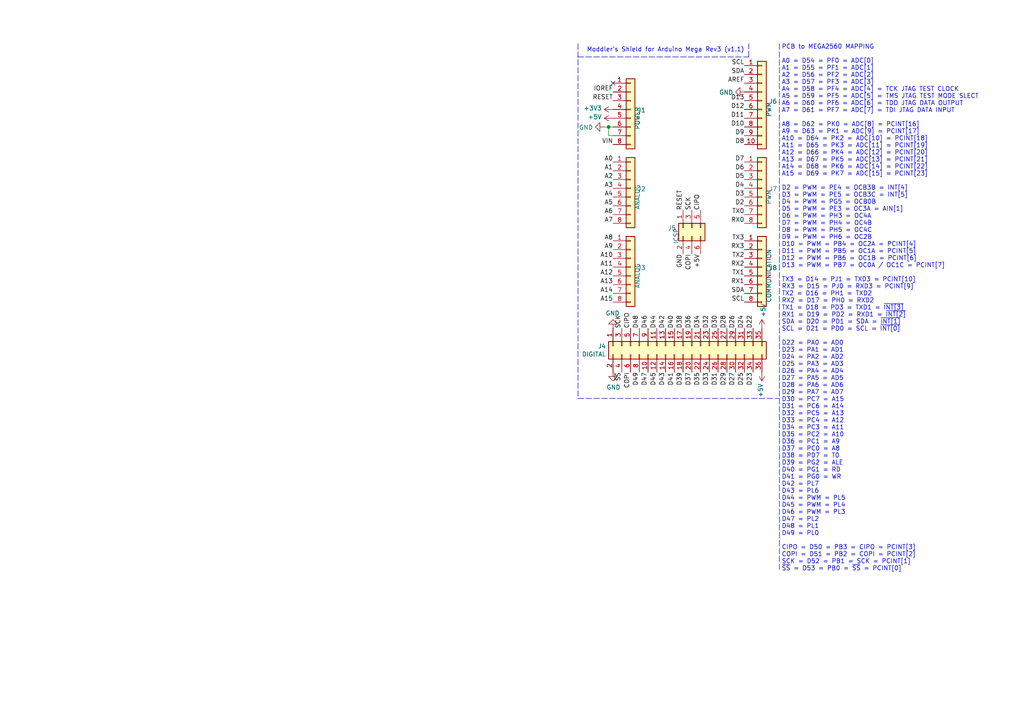
<source format=kicad_sch>
(kicad_sch (version 20211123) (generator eeschema)
  (paper "A4")
  (lib_symbols
    (symbol "Connector_Generic:Conn_01x08" (pin_names (offset 1.016) hide)
      (property "Reference" "J" (at 0 10.16 0))
      (property "Value" "Conn_01x08" (at 0 -12.7 0))
      (symbol "Conn_01x08_1_1"
        (rectangle (start -1.27 -10.033) (end 0 -10.287) (stroke (width 0.1524)))
        (rectangle (start -1.27 -7.493) (end 0 -7.747) (stroke (width 0.1524)))
        (rectangle (start -1.27 -4.953) (end 0 -5.207) (stroke (width 0.1524)))
        (rectangle (start -1.27 -2.413) (end 0 -2.667) (stroke (width 0.1524)))
        (rectangle (start -1.27 0.127) (end 0 -0.127) (stroke (width 0.1524)))
        (rectangle (start -1.27 2.667) (end 0 2.413) (stroke (width 0.1524)))
        (rectangle (start -1.27 5.207) (end 0 4.953) (stroke (width 0.1524)))
        (rectangle (start -1.27 7.747) (end 0 7.493) (stroke (width 0.1524)))
        (rectangle (start -1.27 8.89) (end 1.27 -11.43) (stroke (width 0.254)) (fill (type background)))
        (pin passive line (at -5.08 7.62 0) (length 3.81) (name "Pin_1") (number "1"))
        (pin passive line (at -5.08 5.08 0) (length 3.81) (name "Pin_2") (number "2"))
        (pin passive line (at -5.08 2.54 0) (length 3.81) (name "Pin_3") (number "3"))
        (pin passive line (at -5.08 0 0) (length 3.81) (name "Pin_4") (number "4"))
        (pin passive line (at -5.08 -2.54 0) (length 3.81) (name "Pin_5") (number "5"))
        (pin passive line (at -5.08 -5.08 0) (length 3.81) (name "Pin_6") (number "6"))
        (pin passive line (at -5.08 -7.62 0) (length 3.81) (name "Pin_7") (number "7"))
        (pin passive line (at -5.08 -10.16 0) (length 3.81) (name "Pin_8") (number "8"))
      )
    )
    (symbol "Connector_Generic:Conn_01x10" (pin_names (offset 1.016) hide)
      (property "Reference" "J" (at 0 12.7 0))
      (property "Value" "Conn_01x10" (at 0 -15.24 0))
      (symbol "Conn_01x10_1_1"
        (rectangle (start -1.27 -12.573) (end 0 -12.827) (stroke (width 0.1524)))
        (rectangle (start -1.27 -10.033) (end 0 -10.287) (stroke (width 0.1524)))
        (rectangle (start -1.27 -7.493) (end 0 -7.747) (stroke (width 0.1524)))
        (rectangle (start -1.27 -4.953) (end 0 -5.207) (stroke (width 0.1524)))
        (rectangle (start -1.27 -2.413) (end 0 -2.667) (stroke (width 0.1524)))
        (rectangle (start -1.27 0.127) (end 0 -0.127) (stroke (width 0.1524)))
        (rectangle (start -1.27 2.667) (end 0 2.413) (stroke (width 0.1524)))
        (rectangle (start -1.27 5.207) (end 0 4.953) (stroke (width 0.1524)))
        (rectangle (start -1.27 7.747) (end 0 7.493) (stroke (width 0.1524)))
        (rectangle (start -1.27 10.287) (end 0 10.033) (stroke (width 0.1524)))
        (rectangle (start -1.27 11.43) (end 1.27 -13.97) (stroke (width 0.254)) (fill (type background)))
        (pin passive line (at -5.08 10.16 0) (length 3.81) (name "Pin_1") (number "1"))
        (pin passive line (at -5.08 -12.7 0) (length 3.81) (name "Pin_10") (number "10"))
        (pin passive line (at -5.08 7.62 0) (length 3.81) (name "Pin_2") (number "2"))
        (pin passive line (at -5.08 5.08 0) (length 3.81) (name "Pin_3") (number "3"))
        (pin passive line (at -5.08 2.54 0) (length 3.81) (name "Pin_4") (number "4"))
        (pin passive line (at -5.08 0 0) (length 3.81) (name "Pin_5") (number "5"))
        (pin passive line (at -5.08 -2.54 0) (length 3.81) (name "Pin_6") (number "6"))
        (pin passive line (at -5.08 -5.08 0) (length 3.81) (name "Pin_7") (number "7"))
        (pin passive line (at -5.08 -7.62 0) (length 3.81) (name "Pin_8") (number "8"))
        (pin passive line (at -5.08 -10.16 0) (length 3.81) (name "Pin_9") (number "9"))
      )
    )
    (symbol "Connector_Generic:Conn_02x03_Odd_Even" (pin_names (offset 1.016) hide)
      (property "Reference" "J" (at 1.27 5.08 0))
      (property "Value" "Conn_02x03_Odd_Even" (at 1.27 -5.08 0))
      (symbol "Conn_02x03_Odd_Even_1_1"
        (rectangle (start -1.27 -2.413) (end 0 -2.667) (stroke (width 0.1524)))
        (rectangle (start -1.27 0.127) (end 0 -0.127) (stroke (width 0.1524)))
        (rectangle (start -1.27 2.667) (end 0 2.413) (stroke (width 0.1524)))
        (rectangle (start -1.27 3.81) (end 3.81 -3.81) (stroke (width 0.254)) (fill (type background)))
        (rectangle (start 3.81 -2.413) (end 2.54 -2.667) (stroke (width 0.1524)))
        (rectangle (start 3.81 0.127) (end 2.54 -0.127) (stroke (width 0.1524)))
        (rectangle (start 3.81 2.667) (end 2.54 2.413) (stroke (width 0.1524)))
        (pin passive line (at -5.08 2.54 0) (length 3.81) (name "Pin_1") (number "1"))
        (pin passive line (at 7.62 2.54 180) (length 3.81) (name "Pin_2") (number "2"))
        (pin passive line (at -5.08 0 0) (length 3.81) (name "Pin_3") (number "3"))
        (pin passive line (at 7.62 0 180) (length 3.81) (name "Pin_4") (number "4"))
        (pin passive line (at -5.08 -2.54 0) (length 3.81) (name "Pin_5") (number "5"))
        (pin passive line (at 7.62 -2.54 180) (length 3.81) (name "Pin_6") (number "6"))
      )
    )
    (symbol "Connector_Generic:Conn_02x18_Odd_Even" (pin_names (offset 1.016) hide)
      (property "Reference" "J" (at 1.27 22.86 0))
      (property "Value" "Conn_02x18_Odd_Even" (at 1.27 -25.4 0))
      (symbol "Conn_02x18_Odd_Even_1_1"
        (rectangle (start -1.27 -22.733) (end 0 -22.987) (stroke (width 0.1524)))
        (rectangle (start -1.27 -20.193) (end 0 -20.447) (stroke (width 0.1524)))
        (rectangle (start -1.27 -17.653) (end 0 -17.907) (stroke (width 0.1524)))
        (rectangle (start -1.27 -15.113) (end 0 -15.367) (stroke (width 0.1524)))
        (rectangle (start -1.27 -12.573) (end 0 -12.827) (stroke (width 0.1524)))
        (rectangle (start -1.27 -10.033) (end 0 -10.287) (stroke (width 0.1524)))
        (rectangle (start -1.27 -7.493) (end 0 -7.747) (stroke (width 0.1524)))
        (rectangle (start -1.27 -4.953) (end 0 -5.207) (stroke (width 0.1524)))
        (rectangle (start -1.27 -2.413) (end 0 -2.667) (stroke (width 0.1524)))
        (rectangle (start -1.27 0.127) (end 0 -0.127) (stroke (width 0.1524)))
        (rectangle (start -1.27 2.667) (end 0 2.413) (stroke (width 0.1524)))
        (rectangle (start -1.27 5.207) (end 0 4.953) (stroke (width 0.1524)))
        (rectangle (start -1.27 7.747) (end 0 7.493) (stroke (width 0.1524)))
        (rectangle (start -1.27 10.287) (end 0 10.033) (stroke (width 0.1524)))
        (rectangle (start -1.27 12.827) (end 0 12.573) (stroke (width 0.1524)))
        (rectangle (start -1.27 15.367) (end 0 15.113) (stroke (width 0.1524)))
        (rectangle (start -1.27 17.907) (end 0 17.653) (stroke (width 0.1524)))
        (rectangle (start -1.27 20.447) (end 0 20.193) (stroke (width 0.1524)))
        (rectangle (start -1.27 21.59) (end 3.81 -24.13) (stroke (width 0.254)) (fill (type background)))
        (rectangle (start 3.81 -22.733) (end 2.54 -22.987) (stroke (width 0.1524)))
        (rectangle (start 3.81 -20.193) (end 2.54 -20.447) (stroke (width 0.1524)))
        (rectangle (start 3.81 -17.653) (end 2.54 -17.907) (stroke (width 0.1524)))
        (rectangle (start 3.81 -15.113) (end 2.54 -15.367) (stroke (width 0.1524)))
        (rectangle (start 3.81 -12.573) (end 2.54 -12.827) (stroke (width 0.1524)))
        (rectangle (start 3.81 -10.033) (end 2.54 -10.287) (stroke (width 0.1524)))
        (rectangle (start 3.81 -7.493) (end 2.54 -7.747) (stroke (width 0.1524)))
        (rectangle (start 3.81 -4.953) (end 2.54 -5.207) (stroke (width 0.1524)))
        (rectangle (start 3.81 -2.413) (end 2.54 -2.667) (stroke (width 0.1524)))
        (rectangle (start 3.81 0.127) (end 2.54 -0.127) (stroke (width 0.1524)))
        (rectangle (start 3.81 2.667) (end 2.54 2.413) (stroke (width 0.1524)))
        (rectangle (start 3.81 5.207) (end 2.54 4.953) (stroke (width 0.1524)))
        (rectangle (start 3.81 7.747) (end 2.54 7.493) (stroke (width 0.1524)))
        (rectangle (start 3.81 10.287) (end 2.54 10.033) (stroke (width 0.1524)))
        (rectangle (start 3.81 12.827) (end 2.54 12.573) (stroke (width 0.1524)))
        (rectangle (start 3.81 15.367) (end 2.54 15.113) (stroke (width 0.1524)))
        (rectangle (start 3.81 17.907) (end 2.54 17.653) (stroke (width 0.1524)))
        (rectangle (start 3.81 20.447) (end 2.54 20.193) (stroke (width 0.1524)))
        (pin passive line (at -5.08 20.32 0) (length 3.81) (name "Pin_1") (number "1"))
        (pin passive line (at 7.62 10.16 180) (length 3.81) (name "Pin_10") (number "10"))
        (pin passive line (at -5.08 7.62 0) (length 3.81) (name "Pin_11") (number "11"))
        (pin passive line (at 7.62 7.62 180) (length 3.81) (name "Pin_12") (number "12"))
        (pin passive line (at -5.08 5.08 0) (length 3.81) (name "Pin_13") (number "13"))
        (pin passive line (at 7.62 5.08 180) (length 3.81) (name "Pin_14") (number "14"))
        (pin passive line (at -5.08 2.54 0) (length 3.81) (name "Pin_15") (number "15"))
        (pin passive line (at 7.62 2.54 180) (length 3.81) (name "Pin_16") (number "16"))
        (pin passive line (at -5.08 0 0) (length 3.81) (name "Pin_17") (number "17"))
        (pin passive line (at 7.62 0 180) (length 3.81) (name "Pin_18") (number "18"))
        (pin passive line (at -5.08 -2.54 0) (length 3.81) (name "Pin_19") (number "19"))
        (pin passive line (at 7.62 20.32 180) (length 3.81) (name "Pin_2") (number "2"))
        (pin passive line (at 7.62 -2.54 180) (length 3.81) (name "Pin_20") (number "20"))
        (pin passive line (at -5.08 -5.08 0) (length 3.81) (name "Pin_21") (number "21"))
        (pin passive line (at 7.62 -5.08 180) (length 3.81) (name "Pin_22") (number "22"))
        (pin passive line (at -5.08 -7.62 0) (length 3.81) (name "Pin_23") (number "23"))
        (pin passive line (at 7.62 -7.62 180) (length 3.81) (name "Pin_24") (number "24"))
        (pin passive line (at -5.08 -10.16 0) (length 3.81) (name "Pin_25") (number "25"))
        (pin passive line (at 7.62 -10.16 180) (length 3.81) (name "Pin_26") (number "26"))
        (pin passive line (at -5.08 -12.7 0) (length 3.81) (name "Pin_27") (number "27"))
        (pin passive line (at 7.62 -12.7 180) (length 3.81) (name "Pin_28") (number "28"))
        (pin passive line (at -5.08 -15.24 0) (length 3.81) (name "Pin_29") (number "29"))
        (pin passive line (at -5.08 17.78 0) (length 3.81) (name "Pin_3") (number "3"))
        (pin passive line (at 7.62 -15.24 180) (length 3.81) (name "Pin_30") (number "30"))
        (pin passive line (at -5.08 -17.78 0) (length 3.81) (name "Pin_31") (number "31"))
        (pin passive line (at 7.62 -17.78 180) (length 3.81) (name "Pin_32") (number "32"))
        (pin passive line (at -5.08 -20.32 0) (length 3.81) (name "Pin_33") (number "33"))
        (pin passive line (at 7.62 -20.32 180) (length 3.81) (name "Pin_34") (number "34"))
        (pin passive line (at -5.08 -22.86 0) (length 3.81) (name "Pin_35") (number "35"))
        (pin passive line (at 7.62 -22.86 180) (length 3.81) (name "Pin_36") (number "36"))
        (pin passive line (at 7.62 17.78 180) (length 3.81) (name "Pin_4") (number "4"))
        (pin passive line (at -5.08 15.24 0) (length 3.81) (name "Pin_5") (number "5"))
        (pin passive line (at 7.62 15.24 180) (length 3.81) (name "Pin_6") (number "6"))
        (pin passive line (at -5.08 12.7 0) (length 3.81) (name "Pin_7") (number "7"))
        (pin passive line (at 7.62 12.7 180) (length 3.81) (name "Pin_8") (number "8"))
        (pin passive line (at -5.08 10.16 0) (length 3.81) (name "Pin_9") (number "9"))
      )
    )
    (symbol "power:+3.3V" (power) (pin_names (offset 0))
      (property "Value" "+3.3V" (at 0 3.556 0))
      (symbol "+3.3V_0_1"
        (polyline (pts (xy -0.762 1.27) (xy 0 2.54)))
        (polyline (pts (xy 0 0) (xy 0 2.54)))
        (polyline (pts (xy 0 2.54) (xy 0.762 1.27)))
      )
      (symbol "+3.3V_1_1"
        (pin power_in line (at 0 0 90) (length 0) hide (name "+3V3") (number "1"))
      )
    )
    (symbol "power:+5V" (power) (pin_names (offset 0))
      (property "Value" "+5V" (at 0 3.556 0))
      (symbol "+5V_0_1"
        (polyline (pts (xy -0.762 1.27) (xy 0 2.54)))
        (polyline (pts (xy 0 0) (xy 0 2.54)))
        (polyline (pts (xy 0 2.54) (xy 0.762 1.27)))
      )
      (symbol "+5V_1_1"
        (pin power_in line (at 0 0 90) (length 0) hide (name "+5V") (number "1"))
      )
    )
    (symbol "power:GND" (power) (pin_names (offset 0))
      (property "Value" "GND" (at 0 -3.81 0))
      (symbol "GND_0_1"
        (polyline (pts (xy 0 0) (xy 0 -1.27) (xy 1.27 -1.27) (xy 0 -2.54) (xy -1.27 -1.27) (xy 0 -1.27)))
      )
      (symbol "GND_1_1"
        (pin power_in line (at 0 0 270) (length 0) hide (name "GND") (number "1"))
      )
    )
  )
  (junction (at 176.53 36.83))
  (no_connect (at 177.8 24.13))
  (wire (pts (xy 176.53 39.37) (xy 176.53 36.83)))
  (wire (pts (xy 177.8 36.83) (xy 176.53 36.83)))
  (polyline (pts (xy 217.17 16.51) (xy 217.17 12.7)))
  (polyline (pts (xy 167.64 16.51) (xy 217.17 16.51)))
  (polyline (pts (xy 167.64 12.7) (xy 167.64 115.57)))
  (wire (pts (xy 177.8 39.37) (xy 176.53 39.37)))
  (polyline (pts (xy 226.06 12.7) (xy 226.06 165.1)))
  (polyline (pts (xy 167.64 115.57) (xy 226.06 115.57)))
  (wire (pts (xy 176.53 36.83) (xy 175.26 36.83)))
  (text "PCB to MEGA2560 MAPPING\n\nA0 = D54 = PF0 = ADC[0]\nA1 = D55 = PF1 = ADC[1]\nA2 = D56 = PF2 = ADC[2]\nA3 = D57 = PF3 = ADC[3]\nA4 = D58 = PF4 = ADC[4] = TCK JTAG TEST CLOCK\nA5 = D59 = PF5 = ADC[5] = TMS JTAG TEST MODE SLECT\nA6 = D60 = PF6 = ADC[6] = TDO JTAG DATA OUTPUT\nA7 = D61 = PF7 = ADC[7] = TDI JTAG DATA INPUT\n\nA8 = D62 = PK0 = ADC[8] = PCINT[16]\nA9 = D63 = PK1 = ADC[9] = PCINT[17]\nA10 = D64 = PK2 = ADC[10] = PCINT[18]\nA11 = D65 = PK3 = ADC[11] = PCINT[19]\nA12 = D66 = PK4 = ADC[12] = PCINT[20]\nA13 = D67 = PK5 = ADC[13] = PCINT[21]\nA14 = D68 = PK6 = ADC[14] = PCINT[22]\nA15 = D69 = PK7 = ADC[15] = PCINT[23]\n\nD2 = PWM = PE4 = OCB3B = INT[4]\nD3 = PWM = PE5 = OCB3C = INT[5]\nD4 = PWM = PG5 = OCB0B\nD5 = PWM = PE3 = OC3A = AIN[1]\nD6 = PWM = PH3 = OC4A\nD7 = PWM = PH4 = OC4B\nD8 = PWM = PH5 = OC4C\nD9 = PWM = PH6 = OC2B\nD10 = PWM = PB4 = OC2A = PCINT[4]\nD11 = PWM = PB5 = OC1A = PCINT[5]\nD12 = PWM = PB6 = OC1B = PCINT[6]\nD13 = PWM = PB7 = OC0A / OC1C = PCINT[7] \n\nTX3 = D14 = PJ1 = TXD3 = PCINT[10]\nRX3 = D15 = PJ0 = RXD3 = PCINT[9]\nTX2 = D16 = PH1 = TXD2\nRX2 = D17 = PH0 = RXD2\nTX1 = D18 = PD3 = TXD1 = ~{INT[3]}\nRX1 = D19 = PD2 = RXD1 = ~{INT[2]}\nSDA = D20 = PD1 = SDA = ~{INT[1]}\nSCL = D21 = PD0 = SCL = ~{INT[0]}\n\nD22 = PA0 = AD0\nD23 = PA1 = AD1\nD24 = PA2 = AD2\nD25 = PA3 = AD3\nD26 = PA4 = AD4\nD27 = PA5 = AD5\nD28 = PA6 = AD6\nD29 = PA7 = AD7\nD30 = PC7 = A15\nD31 = PC6 = A14\nD32 = PC5 = A13\nD33 = PC4 = A12\nD34 = PC3 = A11\nD35 = PC2 = A10\nD36 = PC1 = A9\nD37 = PC0 = A8\nD38 = PD7 = T0\nD39 = PG2 = ALE\nD40 = PG1 = RD\nD41 = PG0 = WR\nD42 = PL7\nD43 = PL6\nD44 = PWM = PL5\nD45 = PWM = PL4\nD46 = PWM = PL3\nD47 = PL2\nD48 = PL1\nD49 = PL0\n\nCIPO = D50 = PB3 = CIPO = PCINT[3]\nCOPI = D51 = PB2 = COPI = PCINT[2]\nSCK = D52 = PB1 = SCK = PCINT[1]\n~{SS} = D53 = PB0 = ~{SS} = PCINT[0]" (at 226.695 165.735 0) (effects (font (size 1.27 1.27)) (justify left bottom)))
  (text "Moddler’s Shield for Arduino Mega Rev3 (v1.1)" (at 215.9 15.24 180) (effects (font (size 1.27 1.27)) (justify right bottom)))
  (label "D12" (at 215.9 31.75 180))
  (label "D36" (at 200.66 95.25 90))
  (label "D42" (at 193.04 95.25 90))
  (label "CIPO" (at 203.2 60.96 90))
  (label "D46" (at 187.96 95.25 90))
  (label "COPI" (at 182.88 107.95 270))
  (label "A2" (at 177.8 52.07 180))
  (label "D48" (at 185.42 95.25 90))
  (label "D35" (at 203.2 107.95 270))
  (label "D41" (at 195.58 107.95 270))
  (label "D11" (at 215.9 34.29 180))
  (label "D32" (at 205.74 95.25 90))
  (label "D22" (at 218.44 95.25 90))
  (label "SDA" (at 215.9 21.59 180))
  (label "D4" (at 215.9 54.61 180))
  (label "A0" (at 177.8 46.99 180))
  (label "D43" (at 193.04 107.95 270))
  (label "SDA" (at 215.9 85.09 180))
  (label "D40" (at 195.58 95.25 90))
  (label "D37" (at 200.66 107.95 270))
  (label "TX2" (at 215.9 74.93 180))
  (label "D8" (at 215.9 41.91 180))
  (label "D28" (at 210.82 95.25 90))
  (label "TX3" (at 215.9 69.85 180))
  (label "AREF" (at 215.9 24.13 180))
  (label "D3" (at 215.9 57.15 180))
  (label "D7" (at 215.9 46.99 180))
  (label "TX1" (at 215.9 80.01 180))
  (label "D27" (at 213.36 107.95 270))
  (label "A7" (at 177.8 64.77 180))
  (label "D25" (at 215.9 107.95 270))
  (label "A12" (at 177.8 80.01 180))
  (label "A10" (at 177.8 74.93 180))
  (label "RESET" (at 198.12 60.96 90))
  (label "RX1" (at 215.9 82.55 180))
  (label "A8" (at 177.8 69.85 180))
  (label "D33" (at 205.74 107.95 270))
  (label "COPI" (at 200.66 73.66 270))
  (label "D29" (at 210.82 107.95 270))
  (label "RX0" (at 215.9 64.77 180))
  (label "A4" (at 177.8 57.15 180))
  (label "D6" (at 215.9 49.53 180))
  (label "+5V" (at 203.2 73.66 270))
  (label "VIN" (at 177.8 41.91 180))
  (label "SCL" (at 215.9 19.05 180))
  (label "A13" (at 177.8 82.55 180))
  (label "D31" (at 208.28 107.95 270))
  (label "D49" (at 185.42 107.95 270))
  (label "CIPO" (at 182.88 95.25 90))
  (label "D30" (at 208.28 95.25 90))
  (label "D47" (at 187.96 107.95 270))
  (label "D24" (at 215.9 95.25 90))
  (label "A14" (at 177.8 85.09 180))
  (label "D34" (at 203.2 95.25 90))
  (label "A1" (at 177.8 49.53 180))
  (label "D26" (at 213.36 95.25 90))
  (label "SCK" (at 200.66 60.96 90))
  (label "D5" (at 215.9 52.07 180))
  (label "A15" (at 177.8 87.63 180))
  (label "D45" (at 190.5 107.95 270))
  (label "D2" (at 215.9 59.69 180))
  (label "D39" (at 198.12 107.95 270))
  (label "RESET" (at 177.8 29.21 180))
  (label "A6" (at 177.8 62.23 180))
  (label "SCK" (at 180.34 95.25 90))
  (label "GND" (at 198.12 73.66 270))
  (label "D9" (at 215.9 39.37 180))
  (label "SCL" (at 215.9 87.63 180))
  (label "~{SS}" (at 180.34 107.95 270))
  (label "A11" (at 177.8 77.47 180))
  (label "TX0" (at 215.9 62.23 180))
  (label "IOREF" (at 177.8 26.67 180))
  (label "D38" (at 198.12 95.25 90))
  (label "A9" (at 177.8 72.39 180))
  (label "A5" (at 177.8 59.69 180))
  (label "D23" (at 218.44 107.95 270))
  (label "RX2" (at 215.9 77.47 180))
  (label "D13" (at 215.9 29.21 180))
  (label "RX3" (at 215.9 72.39 180))
  (label "D10" (at 215.9 36.83 180))
  (label "D44" (at 190.5 95.25 90))
  (label "A3" (at 177.8 54.61 180))
  (symbol (lib_id "Connector_Generic:Conn_01x08") (at 220.98 77.47 0) (unit 1)
    (property "Reference" "J8" (at 223.012 77.6732 0) (effects (justify left)))
    (property "Value" "COMMUNICATION" (at 223.012 79.9846 90))
    (property "Footprint" "Connector_PinHeader_2.54mm:PinHeader_1x08_P2.54mm_Vertical" (effects hide))
  )
  (symbol (lib_id "Connector_Generic:Conn_01x08") (at 182.88 31.75 0) (unit 1)
    (property "Reference" "J1" (at 184.912 31.9532 0) (effects (justify left)))
    (property "Value" "POWER" (at 184.912 34.2646 90))
    (property "Footprint" "Connector_PinHeader_2.54mm:PinHeader_1x08_P2.54mm_Vertical" (effects hide))
  )
  (symbol (lib_id "Connector_Generic:Conn_01x08") (at 182.88 54.61 0) (unit 1)
    (property "Reference" "J2" (at 184.912 54.8132 0) (effects (justify left)))
    (property "Value" "ANALOG" (at 184.912 57.1246 90))
    (property "Footprint" "Connector_PinHeader_2.54mm:PinHeader_1x08_P2.54mm_Vertical" (effects hide))
  )
  (symbol (lib_id "Connector_Generic:Conn_01x08") (at 220.98 54.61 0) (unit 1)
    (property "Reference" "J7" (at 223.012 54.8132 0) (effects (justify left)))
    (property "Value" "PWM" (at 223.012 57.1246 90))
    (property "Footprint" "Connector_PinHeader_2.54mm:PinHeader_1x08_P2.54mm_Vertical" (effects hide))
  )
  (symbol (lib_id "Connector_Generic:Conn_01x08") (at 182.88 77.47 0) (unit 1)
    (property "Reference" "J3" (at 184.912 77.6732 0) (effects (justify left)))
    (property "Value" "ANALOG" (at 184.912 79.9846 90))
    (property "Footprint" "Connector_PinHeader_2.54mm:PinHeader_1x08_P2.54mm_Vertical" (effects hide))
  )
  (symbol (lib_id "power:GND") (at 175.26 36.83 270) (unit 1)
    (property "Reference" "#PWR01" (effects hide))
    (property "Value" "GND" (at 172.0088 36.957 90) (effects (justify right)))
  )
  (symbol (lib_id "power:+5V") (at 177.8 34.29 90) (unit 1)
    (property "Reference" "#PWR03" (effects hide))
    (property "Value" "+5V" (at 174.5488 33.909 90) (effects (justify left)))
  )
  (symbol (lib_id "power:+3.3V") (at 177.8 31.75 90) (unit 1)
    (property "Reference" "#PWR02" (effects hide))
    (property "Value" "+3.3V" (at 174.5488 31.369 90) (effects (justify left)))
  )
  (symbol (lib_id "Connector_Generic:Conn_01x10") (at 220.98 29.21 0) (unit 1)
    (property "Reference" "J6" (at 223.012 29.4132 0) (effects (justify left)))
    (property "Value" "PWM" (at 223.012 31.7246 90))
    (property "Footprint" "Connector_PinHeader_2.54mm:PinHeader_1x10_P2.54mm_Vertical" (effects hide))
  )
  (symbol (lib_id "power:GND") (at 215.9 26.67 270) (unit 1)
    (property "Reference" "#PWR06" (effects hide))
    (property "Value" "GND" (at 212.6488 26.797 90) (effects (justify right)))
  )
  (symbol (lib_id "Connector_Generic:Conn_02x18_Odd_Even") (at 198.12 100.33 90) (mirror x) (unit 1)
    (property "Reference" "J4" (at 175.7934 100.4316 90) (effects (justify left)))
    (property "Value" "DIGITAL" (at 175.7934 102.743 90) (effects (justify left)))
    (property "Footprint" "Connector_PinHeader_2.54mm:PinHeader_2x18_P2.54mm_Vertical" (effects hide))
  )
  (symbol (lib_id "power:GND") (at 177.8 107.95 0) (unit 1)
    (property "Reference" "#PWR05" (effects hide))
    (property "Value" "GND" (at 177.927 112.3442 0))
  )
  (symbol (lib_id "power:GND") (at 177.8 95.25 180) (unit 1)
    (property "Reference" "#PWR04" (effects hide))
    (property "Value" "GND" (at 177.673 90.8558 0))
  )
  (symbol (lib_id "power:+5V") (at 220.98 107.95 180) (unit 1)
    (property "Reference" "#PWR08" (effects hide))
    (property "Value" "+5V" (at 220.599 111.2012 90) (effects (justify left)))
  )
  (symbol (lib_id "power:+5V") (at 220.98 95.25 0) (unit 1)
    (property "Reference" "#PWR07" (effects hide))
    (property "Value" "+5V" (at 221.361 91.9988 90) (effects (justify left)))
  )
  (symbol (lib_id "Connector_Generic:Conn_02x03_Odd_Even") (at 200.66 66.04 90) (mirror x) (unit 1)
    (property "Reference" "J5" (at 196.088 66.1416 90) (effects (justify left)))
    (property "Value" "ICSP" (at 196.088 68.453 0))
    (property "Footprint" "Connector_PinHeader_2.54mm:PinHeader_2x03_P2.54mm_Vertical" (effects hide))
  )
)
</source>
